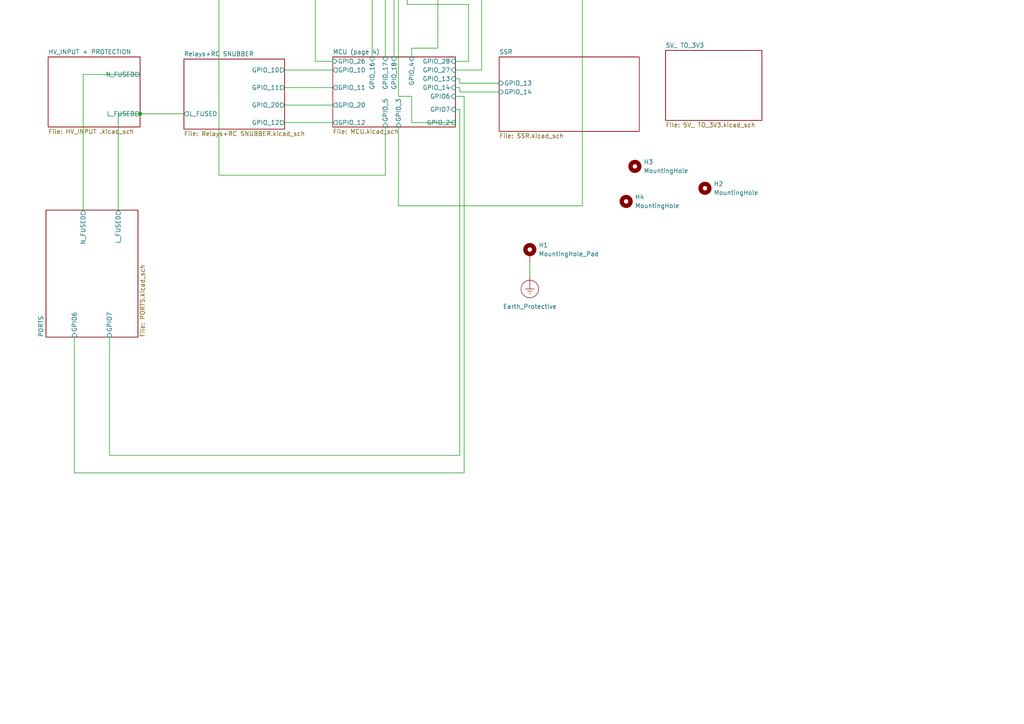
<source format=kicad_sch>
(kicad_sch (version 20250114) (generator "eeschema") (generator_version "9.0")
  (paper "A4")
  (lib_symbols
    (symbol "Mechanical:MountingHole" (pin_names (offset 1.016)) (in_bom no)
      (property "Reference" "H" (at 0 5.08 0))
      (property "Value" "MountingHole" (at 0 3.175 0))
      (symbol "MountingHole_0_1"
        (circle (center 0 0) (radius 1.27) (stroke (width 1.27)))
      )
    )
    (symbol "Mechanical:MountingHole_Pad" (pin_numbers (hide yes)) (pin_names (offset 1.016) (hide yes)) (in_bom no)
      (property "Reference" "H" (at 0 6.35 0))
      (property "Value" "MountingHole_Pad" (at 0 4.445 0))
      (symbol "MountingHole_Pad_0_1"
        (circle (center 0 1.27) (radius 1.27) (stroke (width 1.27)))
      )
      (symbol "MountingHole_Pad_1_1"
        (pin input line (at 0 -2.54 90) (length 2.54) (name "1") (number "1"))
      )
    )
    (symbol "power:Earth_Protective" (power) (pin_numbers (hide yes)) (pin_names (offset 0) (hide yes))
      (property "Value" "Earth_Protective" (at 0 -7.62 0))
      (symbol "Earth_Protective_0_1"
        (polyline (pts (xy -0.635 -4.445) (xy 0.635 -4.445)))
        (polyline (pts (xy -0.127 -5.08) (xy 0.127 -5.08)))
        (polyline (pts (xy 0 -3.81) (xy 0 0)))
        (circle (center 0 -3.81) (radius 2.54))
        (polyline (pts (xy 1.27 -3.81) (xy -1.27 -3.81)))
      )
      (symbol "Earth_Protective_1_1"
        (pin power_in line (at 0 0 270) (length 0) (name "~") (number "1"))
      )
    )
  )
  (junction (at 40.64 33.02))
  (wire (pts (xy 99.06 -16.51) (xy 139.7 -16.51)))
  (wire (pts (xy 110.49 -30.48) (xy 110.49 -39.37)))
  (wire (pts (xy 153.67 76.2) (xy 153.67 80.01)))
  (wire (pts (xy 119.38 35.56) (xy 119.38 27.94)))
  (wire (pts (xy 139.7 20.32) (xy 132.08 20.32)))
  (wire (pts (xy 107.95 -3.81) (xy 107.95 16.51)))
  (wire (pts (xy 114.3 -3.81) (xy 114.3 16.51)))
  (wire (pts (xy 24.13 60.96) (xy 24.13 21.59)))
  (wire (pts (xy 135.89 1.27) (xy 135.89 17.78)))
  (wire (pts (xy 115.57 36.83) (xy 115.57 59.69)))
  (wire (pts (xy 82.55 25.4) (xy 96.52 25.4)))
  (wire (pts (xy 110.49 -39.37) (xy 168.91 -39.37)))
  (wire (pts (xy 168.91 59.69) (xy 115.57 59.69)))
  (wire (pts (xy 21.59 97.79) (xy 21.59 137.16)))
  (wire (pts (xy 82.55 35.56) (xy 96.52 35.56)))
  (wire (pts (xy 133.35 132.08) (xy 31.75 132.08)))
  (wire (pts (xy 133.35 26.67) (xy 133.35 25.4)))
  (wire (pts (xy 111.76 -3.81) (xy 111.76 16.51)))
  (wire (pts (xy 119.38 16.51) (xy 119.38 13.97)))
  (wire (pts (xy 111.76 50.8) (xy 111.76 36.83)))
  (wire (pts (xy 101.6 -3.81) (xy 101.6 -1.27)))
  (wire (pts (xy 135.89 17.78) (xy 132.08 17.78)))
  (wire (pts (xy 132.08 35.56) (xy 119.38 35.56)))
  (wire (pts (xy 139.7 -16.51) (xy 139.7 20.32)))
  (wire (pts (xy 168.91 -39.37) (xy 168.91 59.69)))
  (wire (pts (xy 134.62 27.94) (xy 134.62 137.16)))
  (wire (pts (xy 115.57 -30.48) (xy 115.57 27.94)))
  (wire (pts (xy 133.35 31.75) (xy 133.35 132.08)))
  (wire (pts (xy 63.5 -38.1) (xy 63.5 50.8)))
  (wire (pts (xy 101.6 -1.27) (xy 91.44 -1.27)))
  (wire (pts (xy 132.08 27.94) (xy 134.62 27.94)))
  (wire (pts (xy 91.44 -1.27) (xy 91.44 17.78)))
  (wire (pts (xy 118.11 -3.81) (xy 118.11 1.27)))
  (wire (pts (xy 63.5 50.8) (xy 111.76 50.8)))
  (wire (pts (xy 102.87 -30.48) (xy 102.87 -38.1)))
  (wire (pts (xy 102.87 -38.1) (xy 63.5 -38.1)))
  (wire (pts (xy 133.35 24.13) (xy 144.78 24.13)))
  (wire (pts (xy 132.08 25.4) (xy 133.35 25.4)))
  (wire (pts (xy 34.29 60.96) (xy 34.29 33.02)))
  (wire (pts (xy 118.11 1.27) (xy 135.89 1.27)))
  (wire (pts (xy 133.35 26.67) (xy 144.78 26.67)))
  (wire (pts (xy 132.08 31.75) (xy 133.35 31.75)))
  (wire (pts (xy 127 -40.64) (xy 127 13.97)))
  (wire (pts (xy 82.55 30.48) (xy 96.52 30.48)))
  (wire (pts (xy 133.35 24.13) (xy 133.35 22.86)))
  (wire (pts (xy 132.08 22.86) (xy 133.35 22.86)))
  (wire (pts (xy 134.62 137.16) (xy 21.59 137.16)))
  (wire (pts (xy 91.44 17.78) (xy 96.52 17.78)))
  (wire (pts (xy 106.68 -40.64) (xy 127 -40.64)))
  (wire (pts (xy 119.38 27.94) (xy 115.57 27.94)))
  (wire (pts (xy 34.29 33.02) (xy 40.64 33.02)))
  (wire (pts (xy 82.55 20.32) (xy 96.52 20.32)))
  (wire (pts (xy 40.64 33.02) (xy 53.34 33.02)))
  (wire (pts (xy 119.38 13.97) (xy 127 13.97)))
  (wire (pts (xy 106.68 -30.48) (xy 106.68 -40.64)))
  (wire (pts (xy 31.75 97.79) (xy 31.75 132.08)))
  (wire (pts (xy 24.13 21.59) (xy 40.64 21.59)))
  (symbol (lib_id "Mechanical:MountingHole") (at 184.15 48.26 0) (unit 1) (in_bom no)
    (property "Reference" "H3" (at 186.69 46.9899 0) (effects (justify left)))
    (property "Value" "MountingHole" (at 186.69 49.5299 0) (effects (justify left)))
    (property "Footprint" "MountingHole:MountingHole_3.2mm_M3_ISO14580" (effects (hide yes)))
    (property "Description" "Mounting Hole without connection" (effects (hide yes)))
  )
  (symbol (lib_id "Mechanical:MountingHole") (at 204.47 54.61 0) (unit 1) (in_bom no)
    (property "Reference" "H2" (at 207.01 53.3399 0) (effects (justify left)))
    (property "Value" "MountingHole" (at 207.01 55.8799 0) (effects (justify left)))
    (property "Footprint" "MountingHole:MountingHole_3.2mm_M3_ISO14580" (effects (hide yes)))
    (property "Description" "Mounting Hole without connection" (effects (hide yes)))
  )
  (symbol (lib_id "power:Earth_Protective") (at 153.67 80.01 0) (mirror y) (unit 1)
    (property "Reference" "#PWR050" (effects (hide yes)))
    (property "Value" "Earth_Protective" (at 153.67 88.9 0))
    (property "Description" "Power symbol creates a global label with name \"Earth_Protective\"" (effects (hide yes)))
  )
  (symbol (lib_id "Mechanical:MountingHole_Pad") (at 153.67 73.66 0) (unit 1) (in_bom no)
    (property "Reference" "H1" (at 156.21 71.1199 0) (effects (justify left)))
    (property "Value" "MountingHole_Pad" (at 156.21 73.6599 0) (effects (justify left)))
    (property "Footprint" "MountingHole:MountingHole_3.2mm_M3_ISO7380_Pad_TopBottom" (effects (hide yes)))
    (property "Description" "Mounting Hole with connection" (effects (hide yes)))
  )
  (symbol (lib_id "Mechanical:MountingHole") (at 181.61 58.42 0) (unit 1) (in_bom no)
    (property "Reference" "H4" (at 184.15 57.1499 0) (effects (justify left)))
    (property "Value" "MountingHole" (at 184.15 59.6899 0) (effects (justify left)))
    (property "Footprint" "MountingHole:MountingHole_3.2mm_M3_ISO14580" (effects (hide yes)))
    (property "Description" "Mounting Hole without connection" (effects (hide yes)))
  )
  (sheet (at 53.34 17.145) (size 29.21 20.32) (stroke (width 0.1524))
    (property "Sheetname" "Relays+RC SNUBBER" (at 53.34 16.383 0) (effects (justify left bottom)))
    (property "Sheetfile" "Relays+RC SNUBBER.kicad_sch" (at 53.34 38.0496 0) (effects (justify left top)))
    (pin "GPIO_10" output (at 82.55 20.32 0))
    (pin "GPIO_11" output (at 82.55 25.4 0))
    (pin "GPIO_20" output (at 82.55 30.48 0))
    (pin "L_FUSED" output (at 53.34 33.02 180))
    (pin "GPIO_12" output (at 82.55 35.56 0))
  )
  (sheet (at 13.335 60.96) (size 26.67 36.83) (stroke (width 0.1524))
    (property "Sheetname" "PORTS" (at 12.6234 97.79 90) (effects (justify left bottom)))
    (property "Sheetfile" "PORTS.kicad_sch" (at 40.5896 97.79 90) (effects (justify left top)))
    (pin "GPIO6" input (at 21.59 97.79 270))
    (pin "GPIO7" input (at 31.75 97.79 270))
    (pin "L_FUSED" output (at 34.29 60.96 90))
    (pin "N_FUSED" output (at 24.13 60.96 90))
  )
  (sheet (at 99.06 -30.48) (size 20.955 26.67) (stroke (width 0.1524))
    (property "Sheetname" "SENSOR INPUT" (at 99.06 -31.1916 0) (effects (justify left bottom)))
    (property "Sheetfile" "SENSOR INPUT.kicad_sch" (at 99.06 -3.2254 0) (effects (justify left top)))
    (pin "GPIO_16" input (at 107.95 -3.81 270))
    (pin "GPIO_17" input (at 111.76 -3.81 270))
    (pin "GPIO_18" input (at 114.3 -3.81 270))
    (pin "GPIO_26" input (at 101.6 -3.81 270))
    (pin "GPIO_27" input (at 99.06 -16.51 180))
    (pin "GPIO_28" input (at 118.11 -3.81 270))
    (pin "GPIO_2" input (at 115.57 -30.48 90))
    (pin "GPIO_3" input (at 110.49 -30.48 90))
    (pin "GPIO_4" input (at 106.68 -30.48 90))
    (pin "GPIO_5" input (at 102.87 -30.48 90))
  )
  (sheet (at 144.78 16.51) (size 40.64 21.59) (stroke (width 0.1524))
    (property "Sheetname" "SSR" (at 144.78 15.7984 0) (effects (justify left bottom)))
    (property "Sheetfile" "SSR.kicad_sch" (at 144.78 38.6846 0) (effects (justify left top)))
    (pin "GPIO_13" input (at 144.78 24.13 180))
    (pin "GPIO_14" input (at 144.78 26.67 180))
  )
  (sheet (at 193.04 14.605) (size 27.94 20.32) (stroke (width 0.1524))
    (property "Sheetname" "5V_ TO_3V3" (at 193.04 13.8934 0) (effects (justify left bottom)))
    (property "Sheetfile" "5V_ TO_3V3.kicad_sch" (at 193.04 35.5096 0) (effects (justify left top)))
  )
  (sheet (at 13.97 16.51) (size 26.67 20.32) (stroke (width 0.1524))
    (property "Sheetname" "HV_INPUT + PROTECTION" (at 13.97 15.7984 0) (effects (justify left bottom)))
    (property "Sheetfile" "HV_INPUT .kicad_sch" (at 13.97 37.4146 0) (effects (justify left top)))
    (pin "L_FUSED" output (at 40.64 33.02 0))
    (pin "N_FUSED" output (at 40.64 21.59 0))
  )
  (sheet (at 96.52 16.51) (size 35.56 20.32) (stroke (width 0.1524))
    (property "Sheetname" "MCU (page 4)" (at 96.52 15.7984 0) (effects (justify left bottom)))
    (property "Sheetfile" "MCU.kicad_sch" (at 96.52 37.4146 0) (effects (justify left top)))
    (pin "GPIO_10" output (at 96.52 20.32 180))
    (pin "GPIO_11" output (at 96.52 25.4 180))
    (pin "GPIO_12" output (at 96.52 35.56 180))
    (pin "GPIO_20" output (at 96.52 30.48 180))
    (pin "GPIO_13" input (at 132.08 22.86 0))
    (pin "GPIO_14" input (at 132.08 25.4 0))
    (pin "GPIO6" input (at 132.08 27.94 0))
    (pin "GPIO7" input (at 132.08 31.75 0))
    (pin "GPIO_2" input (at 132.08 35.56 0))
    (pin "GPIO_3" input (at 115.57 36.83 270))
    (pin "GPIO_5" input (at 111.76 36.83 270))
    (pin "GPIO_16" input (at 107.95 16.51 90))
    (pin "GPIO_17" input (at 111.76 16.51 90))
    (pin "GPIO_18" input (at 114.3 16.51 90))
    (pin "GPIO_4" input (at 119.38 16.51 90))
    (pin "GPIO_26" input (at 96.52 17.78 180))
    (pin "GPIO_27" input (at 132.08 20.32 0))
    (pin "GPIO_28" input (at 132.08 17.78 0))
  )
)
</source>
